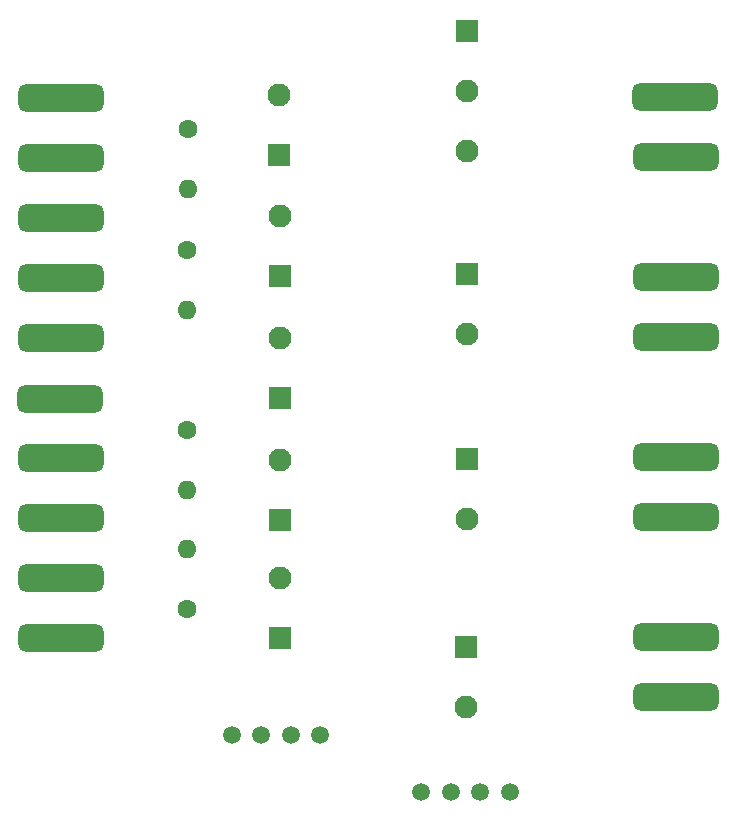
<source format=gbr>
%TF.GenerationSoftware,KiCad,Pcbnew,7.0.10*%
%TF.CreationDate,2024-07-22T08:22:22-04:00*%
%TF.ProjectId,12.X.1 - PLC Connector Combined,31322e58-2e31-4202-9d20-504c4320436f,rev?*%
%TF.SameCoordinates,Original*%
%TF.FileFunction,Soldermask,Bot*%
%TF.FilePolarity,Negative*%
%FSLAX46Y46*%
G04 Gerber Fmt 4.6, Leading zero omitted, Abs format (unit mm)*
G04 Created by KiCad (PCBNEW 7.0.10) date 2024-07-22 08:22:22*
%MOMM*%
%LPD*%
G01*
G04 APERTURE LIST*
G04 Aperture macros list*
%AMRoundRect*
0 Rectangle with rounded corners*
0 $1 Rounding radius*
0 $2 $3 $4 $5 $6 $7 $8 $9 X,Y pos of 4 corners*
0 Add a 4 corners polygon primitive as box body*
4,1,4,$2,$3,$4,$5,$6,$7,$8,$9,$2,$3,0*
0 Add four circle primitives for the rounded corners*
1,1,$1+$1,$2,$3*
1,1,$1+$1,$4,$5*
1,1,$1+$1,$6,$7*
1,1,$1+$1,$8,$9*
0 Add four rect primitives between the rounded corners*
20,1,$1+$1,$2,$3,$4,$5,0*
20,1,$1+$1,$4,$5,$6,$7,0*
20,1,$1+$1,$6,$7,$8,$9,0*
20,1,$1+$1,$8,$9,$2,$3,0*%
G04 Aperture macros list end*
%ADD10C,1.498600*%
%ADD11C,1.600000*%
%ADD12O,1.600000X1.600000*%
%ADD13R,1.950000X1.950000*%
%ADD14C,1.950000*%
%ADD15RoundRect,0.572500X3.045750X0.572500X-3.045750X0.572500X-3.045750X-0.572500X3.045750X-0.572500X0*%
G04 APERTURE END LIST*
D10*
%TO.C,J321*%
X157095050Y-135824601D03*
X154595050Y-135824601D03*
X152095050Y-135824601D03*
X149595050Y-135824601D03*
%TD*%
D11*
%TO.C,R203*%
X129778250Y-89942224D03*
D12*
X129778250Y-95022224D03*
%TD*%
D13*
%TO.C,J318*%
X153468250Y-92040000D03*
D14*
X153468250Y-97120000D03*
%TD*%
D13*
%TO.C,J317*%
X153468250Y-71405000D03*
D14*
X153468250Y-76485000D03*
X153468250Y-81565000D03*
%TD*%
D13*
%TO.C,J222*%
X137658250Y-102482224D03*
D14*
X137658250Y-97402224D03*
%TD*%
D11*
%TO.C,R202*%
X129778250Y-105237224D03*
D12*
X129778250Y-110317224D03*
%TD*%
D11*
%TO.C,R201*%
X129738250Y-120332224D03*
D12*
X129738250Y-115252224D03*
%TD*%
D13*
%TO.C,J225*%
X137628250Y-92157224D03*
D14*
X137628250Y-87077224D03*
%TD*%
%TO.C,J319*%
X153418250Y-128680000D03*
D13*
X153418250Y-123600000D03*
%TD*%
%TO.C,J223*%
X137608250Y-81947224D03*
D14*
X137608250Y-76867224D03*
%TD*%
D13*
%TO.C,J224*%
X137658250Y-122857224D03*
D14*
X137658250Y-117777224D03*
%TD*%
D13*
%TO.C,J221*%
X137628250Y-112837224D03*
D14*
X137628250Y-107757224D03*
%TD*%
D10*
%TO.C,J226*%
X141048250Y-131047224D03*
X138548250Y-131047224D03*
X136048250Y-131047224D03*
X133548250Y-131047224D03*
%TD*%
D11*
%TO.C,R204*%
X129868250Y-79722224D03*
D12*
X129868250Y-84802224D03*
%TD*%
D13*
%TO.C,J320*%
X153448250Y-107655000D03*
D14*
X153448250Y-112735000D03*
%TD*%
D15*
%TO.C,J212*%
X119118250Y-117757224D03*
%TD*%
%TO.C,J215*%
X119048250Y-102547224D03*
%TD*%
%TO.C,J313*%
X171148250Y-107515000D03*
%TD*%
%TO.C,J216*%
X119128250Y-97437224D03*
%TD*%
%TO.C,J303*%
X171118250Y-77025000D03*
%TD*%
%TO.C,J314*%
X171158250Y-112585000D03*
%TD*%
%TO.C,J302*%
X171148250Y-127825000D03*
%TD*%
%TO.C,J305*%
X171138250Y-92265000D03*
%TD*%
%TO.C,J213*%
X119128250Y-112677224D03*
%TD*%
%TO.C,J304*%
X171141750Y-82105000D03*
%TD*%
%TO.C,J219*%
X119098250Y-82187224D03*
%TD*%
%TO.C,J214*%
X119118250Y-107607224D03*
%TD*%
%TO.C,J218*%
X119118250Y-87287224D03*
%TD*%
%TO.C,J301*%
X171138250Y-122735000D03*
%TD*%
%TO.C,J220*%
X119098250Y-77127224D03*
%TD*%
%TO.C,J217*%
X119128250Y-92347224D03*
%TD*%
%TO.C,J306*%
X171158250Y-97345000D03*
%TD*%
%TO.C,J211*%
X119098250Y-122847224D03*
%TD*%
M02*

</source>
